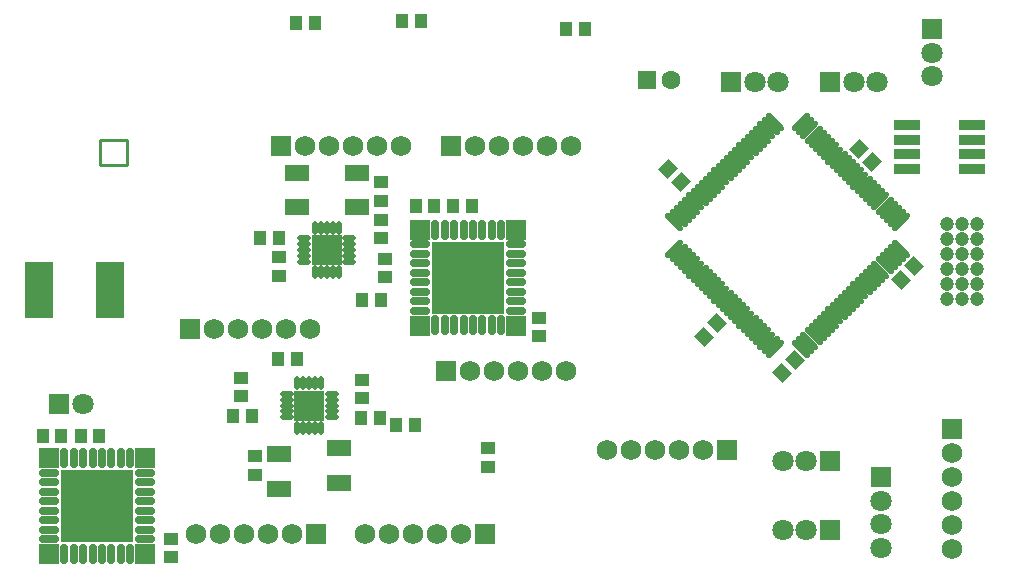
<source format=gbs>
%FSLAX25Y25*%
%MOIN*%
G70*
G01*
G75*
G04 Layer_Color=16711935*
%ADD10R,0.03543X0.03937*%
%ADD11R,0.04528X0.07087*%
%ADD12R,0.03937X0.03543*%
%ADD13R,0.02953X0.03937*%
%ADD14O,0.01772X0.05512*%
%ADD15R,0.04724X0.03150*%
%ADD16R,0.04724X0.02953*%
%ADD17R,0.03937X0.02953*%
%ADD18O,0.05512X0.01772*%
%ADD19R,0.18110X0.08858*%
%ADD20R,0.10000X0.03900*%
%ADD21R,0.07402X0.06614*%
%ADD22O,0.00984X0.05315*%
%ADD23R,0.04331X0.04331*%
%ADD24R,0.06693X0.04724*%
%ADD25R,0.09449X0.06102*%
%ADD26R,0.08858X0.18110*%
%ADD27R,0.02362X0.03937*%
%ADD28R,0.04331X0.06693*%
%ADD29R,0.07480X0.05315*%
%ADD30R,0.04331X0.04331*%
%ADD31C,0.01000*%
%ADD32C,0.00800*%
%ADD33C,0.02000*%
%ADD34C,0.03000*%
%ADD35C,0.05500*%
%ADD36C,0.03500*%
%ADD37C,0.04000*%
%ADD38R,0.06299X0.06299*%
%ADD39C,0.06299*%
%ADD40C,0.06000*%
%ADD41R,0.06000X0.06000*%
%ADD42R,0.06299X0.06299*%
%ADD43R,0.06000X0.06000*%
%ADD44C,0.05512*%
%ADD45R,0.05512X0.05512*%
%ADD46C,0.03937*%
%ADD47C,0.03500*%
%ADD48C,0.05500*%
%ADD49C,0.04500*%
%ADD50C,0.05000*%
%ADD51C,0.01969*%
%ADD52C,0.01500*%
%ADD53C,0.01300*%
%ADD54C,0.07150*%
%ADD55C,0.06500*%
%ADD56C,0.07000*%
%ADD57C,0.08000*%
%ADD58C,0.04787*%
%ADD59C,0.07500*%
%ADD60R,0.08071X0.02756*%
G04:AMPARAMS|DCode=61|XSize=39.37mil|YSize=35.43mil|CornerRadius=0mil|HoleSize=0mil|Usage=FLASHONLY|Rotation=135.000|XOffset=0mil|YOffset=0mil|HoleType=Round|Shape=Rectangle|*
%AMROTATEDRECTD61*
4,1,4,0.02645,-0.00139,0.00139,-0.02645,-0.02645,0.00139,-0.00139,0.02645,0.02645,-0.00139,0.0*
%
%ADD61ROTATEDRECTD61*%

G04:AMPARAMS|DCode=62|XSize=39.37mil|YSize=35.43mil|CornerRadius=0mil|HoleSize=0mil|Usage=FLASHONLY|Rotation=225.000|XOffset=0mil|YOffset=0mil|HoleType=Round|Shape=Rectangle|*
%AMROTATEDRECTD62*
4,1,4,0.00139,0.02645,0.02645,0.00139,-0.00139,-0.02645,-0.02645,-0.00139,0.00139,0.02645,0.0*
%
%ADD62ROTATEDRECTD62*%

%ADD63O,0.00984X0.03740*%
%ADD64O,0.03740X0.00984*%
%ADD65R,0.09646X0.09646*%
%ADD66R,0.07087X0.04528*%
%ADD67O,0.02165X0.06102*%
%ADD68O,0.06102X0.02165*%
%ADD69R,0.23622X0.23622*%
%ADD70R,0.05906X0.05906*%
G04:AMPARAMS|DCode=71|XSize=11.81mil|YSize=70.87mil|CornerRadius=0mil|HoleSize=0mil|Usage=FLASHONLY|Rotation=315.000|XOffset=0mil|YOffset=0mil|HoleType=Round|Shape=Round|*
%AMOVALD71*
21,1,0.05906,0.01181,0.00000,0.00000,45.0*
1,1,0.01181,-0.02088,-0.02088*
1,1,0.01181,0.02088,0.02088*
%
%ADD71OVALD71*%

G04:AMPARAMS|DCode=72|XSize=11.81mil|YSize=70.87mil|CornerRadius=0mil|HoleSize=0mil|Usage=FLASHONLY|Rotation=45.000|XOffset=0mil|YOffset=0mil|HoleType=Round|Shape=Round|*
%AMOVALD72*
21,1,0.05906,0.01181,0.00000,0.00000,135.0*
1,1,0.01181,0.02088,-0.02088*
1,1,0.01181,-0.02088,0.02088*
%
%ADD72OVALD72*%

%ADD73C,0.02500*%
%ADD74C,0.03200*%
%ADD75C,0.01800*%
%ADD76C,0.01969*%
%ADD77C,0.02362*%
%ADD78C,0.00984*%
%ADD79C,0.00787*%
%ADD80C,0.00394*%
%ADD81C,0.00500*%
%ADD82C,0.00600*%
%ADD83R,0.04343X0.04737*%
%ADD84R,0.05328X0.07887*%
%ADD85R,0.04737X0.04343*%
%ADD86R,0.03753X0.04737*%
%ADD87O,0.02572X0.06312*%
%ADD88R,0.05524X0.03950*%
%ADD89R,0.05524X0.03753*%
%ADD90R,0.04737X0.03753*%
%ADD91O,0.06312X0.02572*%
%ADD92R,0.18910X0.09658*%
%ADD93R,0.10800X0.04700*%
%ADD94R,0.08047X0.07260*%
%ADD95O,0.01630X0.05961*%
%ADD96R,0.05131X0.05131*%
%ADD97R,0.07493X0.05524*%
%ADD98R,0.10249X0.06902*%
%ADD99R,0.09658X0.18910*%
%ADD100R,0.03162X0.04737*%
%ADD101R,0.05131X0.07493*%
%ADD102R,0.08280X0.06115*%
%ADD103R,0.05131X0.05131*%
%ADD104R,0.07099X0.07099*%
%ADD105C,0.07099*%
%ADD106C,0.06800*%
%ADD107R,0.06800X0.06800*%
%ADD108R,0.07099X0.07099*%
%ADD109R,0.06800X0.06800*%
%ADD110C,0.06312*%
%ADD111R,0.06312X0.06312*%
%ADD112C,0.04737*%
%ADD113R,0.08871X0.03556*%
G04:AMPARAMS|DCode=114|XSize=47.37mil|YSize=43.43mil|CornerRadius=0mil|HoleSize=0mil|Usage=FLASHONLY|Rotation=135.000|XOffset=0mil|YOffset=0mil|HoleType=Round|Shape=Rectangle|*
%AMROTATEDRECTD114*
4,1,4,0.03210,-0.00139,0.00139,-0.03210,-0.03210,0.00139,-0.00139,0.03210,0.03210,-0.00139,0.0*
%
%ADD114ROTATEDRECTD114*%

G04:AMPARAMS|DCode=115|XSize=47.37mil|YSize=43.43mil|CornerRadius=0mil|HoleSize=0mil|Usage=FLASHONLY|Rotation=225.000|XOffset=0mil|YOffset=0mil|HoleType=Round|Shape=Rectangle|*
%AMROTATEDRECTD115*
4,1,4,0.00139,0.03210,0.03210,0.00139,-0.00139,-0.03210,-0.03210,-0.00139,0.00139,0.03210,0.0*
%
%ADD115ROTATEDRECTD115*%

%ADD116O,0.01784X0.04540*%
%ADD117O,0.04540X0.01784*%
%ADD118R,0.10446X0.10446*%
%ADD119R,0.07887X0.05328*%
%ADD120O,0.02965X0.06902*%
%ADD121O,0.06902X0.02965*%
%ADD122R,0.24422X0.24422*%
%ADD123R,0.06706X0.06706*%
G04:AMPARAMS|DCode=124|XSize=19.81mil|YSize=78.87mil|CornerRadius=0mil|HoleSize=0mil|Usage=FLASHONLY|Rotation=315.000|XOffset=0mil|YOffset=0mil|HoleType=Round|Shape=Round|*
%AMOVALD124*
21,1,0.05906,0.01981,0.00000,0.00000,45.0*
1,1,0.01981,-0.02088,-0.02088*
1,1,0.01981,0.02088,0.02088*
%
%ADD124OVALD124*%

G04:AMPARAMS|DCode=125|XSize=19.81mil|YSize=78.87mil|CornerRadius=0mil|HoleSize=0mil|Usage=FLASHONLY|Rotation=45.000|XOffset=0mil|YOffset=0mil|HoleType=Round|Shape=Round|*
%AMOVALD125*
21,1,0.05906,0.01981,0.00000,0.00000,135.0*
1,1,0.01981,0.02088,-0.02088*
1,1,0.01981,-0.02088,0.02088*
%
%ADD125OVALD125*%

D31*
X303500Y351500D02*
Y360000D01*
Y351500D02*
X312500D01*
Y360000D01*
X303500D02*
X312500D01*
D83*
X347850Y268000D02*
D03*
X354150D02*
D03*
X465150Y397000D02*
D03*
X458850D02*
D03*
X408650Y265000D02*
D03*
X402350D02*
D03*
X410650Y399500D02*
D03*
X404350D02*
D03*
X375150Y399000D02*
D03*
X368850D02*
D03*
X369150Y287000D02*
D03*
X362850D02*
D03*
X396984Y267335D02*
D03*
X390685D02*
D03*
X391016Y306665D02*
D03*
X397315D02*
D03*
X357016Y327165D02*
D03*
X363315D02*
D03*
X284441Y261331D02*
D03*
X290740D02*
D03*
X297110D02*
D03*
X303410D02*
D03*
X408779Y337831D02*
D03*
X415079D02*
D03*
X421279D02*
D03*
X427579D02*
D03*
D85*
X350500Y280650D02*
D03*
Y274350D02*
D03*
X433000Y257150D02*
D03*
Y250850D02*
D03*
X390835Y279984D02*
D03*
Y273685D02*
D03*
X355335Y254484D02*
D03*
Y248185D02*
D03*
X397165Y339516D02*
D03*
Y345815D02*
D03*
X363165Y314516D02*
D03*
Y320815D02*
D03*
X327091Y226980D02*
D03*
Y220681D02*
D03*
X450000Y300650D02*
D03*
Y294350D02*
D03*
X398665Y320315D02*
D03*
Y314016D02*
D03*
X397165Y327016D02*
D03*
Y333315D02*
D03*
D99*
X283090Y310000D02*
D03*
X306909D02*
D03*
D104*
X581000Y397000D02*
D03*
X564000Y247500D02*
D03*
D105*
X581000Y389000D02*
D03*
Y381252D02*
D03*
X531252Y253000D02*
D03*
X539000D02*
D03*
X521969Y379232D02*
D03*
X529716D02*
D03*
X564000Y239626D02*
D03*
Y231752D02*
D03*
Y223878D02*
D03*
X531252Y230000D02*
D03*
X539000D02*
D03*
X298000Y272000D02*
D03*
X554969Y379232D02*
D03*
X562716D02*
D03*
D106*
X335500Y228500D02*
D03*
X343500D02*
D03*
X351500D02*
D03*
X359500D02*
D03*
X367500D02*
D03*
X392000D02*
D03*
X400000D02*
D03*
X408000D02*
D03*
X416000D02*
D03*
X424000D02*
D03*
X458929Y282831D02*
D03*
X450929D02*
D03*
X442929D02*
D03*
X434929D02*
D03*
X426929D02*
D03*
X373500Y297000D02*
D03*
X365500D02*
D03*
X357500D02*
D03*
X349500D02*
D03*
X341500D02*
D03*
X587500Y223500D02*
D03*
Y231500D02*
D03*
Y239500D02*
D03*
Y247500D02*
D03*
Y255500D02*
D03*
X472500Y256500D02*
D03*
X480500D02*
D03*
X488500D02*
D03*
X496500D02*
D03*
X504500D02*
D03*
X404000Y358000D02*
D03*
X396000D02*
D03*
X388000D02*
D03*
X380000D02*
D03*
X372000D02*
D03*
X460500D02*
D03*
X452500D02*
D03*
X444500D02*
D03*
X436500D02*
D03*
X428500D02*
D03*
D107*
X375500Y228500D02*
D03*
X432000D02*
D03*
X418929Y282831D02*
D03*
X333500Y297000D02*
D03*
X512500Y256500D02*
D03*
X364000Y358000D02*
D03*
X420500D02*
D03*
D108*
X547000Y253000D02*
D03*
X513969Y379232D02*
D03*
X547000Y230000D02*
D03*
X290000Y272000D02*
D03*
X546969Y379232D02*
D03*
D109*
X587500Y263500D02*
D03*
D110*
X493905Y379732D02*
D03*
D111*
X486031D02*
D03*
D112*
X596000Y312000D02*
D03*
Y307000D02*
D03*
Y317000D02*
D03*
Y322000D02*
D03*
Y327000D02*
D03*
Y332000D02*
D03*
X591000Y312000D02*
D03*
Y307000D02*
D03*
Y317000D02*
D03*
Y322000D02*
D03*
Y327000D02*
D03*
Y332000D02*
D03*
X586000D02*
D03*
Y327000D02*
D03*
Y322000D02*
D03*
Y317000D02*
D03*
Y307000D02*
D03*
Y312000D02*
D03*
D113*
X594327Y364882D02*
D03*
Y359961D02*
D03*
Y355039D02*
D03*
Y350118D02*
D03*
X572673Y364882D02*
D03*
Y359961D02*
D03*
Y355039D02*
D03*
Y350118D02*
D03*
D114*
X570418Y313244D02*
D03*
X574872Y317698D02*
D03*
X509227Y298727D02*
D03*
X504773Y294273D02*
D03*
X535227Y286594D02*
D03*
X530773Y282139D02*
D03*
D115*
X497227Y345773D02*
D03*
X492773Y350227D02*
D03*
X556582Y356951D02*
D03*
X561036Y352497D02*
D03*
D116*
X369398Y278815D02*
D03*
X371366D02*
D03*
X373335D02*
D03*
X375303D02*
D03*
X377272D02*
D03*
Y263854D02*
D03*
X375303D02*
D03*
X373335D02*
D03*
X371366D02*
D03*
X369398D02*
D03*
X383102Y315685D02*
D03*
X381134D02*
D03*
X379165D02*
D03*
X377197D02*
D03*
X375228D02*
D03*
Y330646D02*
D03*
X377197D02*
D03*
X379165D02*
D03*
X381134D02*
D03*
X383102D02*
D03*
D117*
X380815Y275272D02*
D03*
Y273303D02*
D03*
Y271335D02*
D03*
Y269366D02*
D03*
Y267398D02*
D03*
X365854D02*
D03*
Y269366D02*
D03*
Y271335D02*
D03*
Y273303D02*
D03*
Y275272D02*
D03*
X371685Y319228D02*
D03*
Y321197D02*
D03*
Y323165D02*
D03*
Y325134D02*
D03*
Y327102D02*
D03*
X386646D02*
D03*
Y325134D02*
D03*
Y323165D02*
D03*
Y321197D02*
D03*
Y319228D02*
D03*
D118*
X373335Y271335D02*
D03*
X379165Y323165D02*
D03*
D119*
X383335Y257043D02*
D03*
Y245626D02*
D03*
X363335Y255043D02*
D03*
Y243626D02*
D03*
X389165Y337457D02*
D03*
Y348874D02*
D03*
X369165Y337457D02*
D03*
Y348874D02*
D03*
D120*
X313693Y221886D02*
D03*
X310543D02*
D03*
X307394D02*
D03*
X304244D02*
D03*
X301095D02*
D03*
X297945D02*
D03*
X294795D02*
D03*
X291646D02*
D03*
Y253776D02*
D03*
X294795D02*
D03*
X297945D02*
D03*
X301095D02*
D03*
X304244D02*
D03*
X307394D02*
D03*
X310543D02*
D03*
X313693D02*
D03*
X437362Y298055D02*
D03*
X434213D02*
D03*
X431063D02*
D03*
X427913D02*
D03*
X424764D02*
D03*
X421614D02*
D03*
X418465D02*
D03*
X415315D02*
D03*
Y329945D02*
D03*
X418465D02*
D03*
X421614D02*
D03*
X424764D02*
D03*
X427913D02*
D03*
X431063D02*
D03*
X434213D02*
D03*
X437362D02*
D03*
D121*
X286724Y226807D02*
D03*
Y229957D02*
D03*
Y233106D02*
D03*
Y236256D02*
D03*
Y239405D02*
D03*
Y242555D02*
D03*
Y245705D02*
D03*
Y248854D02*
D03*
X318614D02*
D03*
Y245705D02*
D03*
Y242555D02*
D03*
Y239405D02*
D03*
Y236256D02*
D03*
Y233106D02*
D03*
Y229957D02*
D03*
Y226807D02*
D03*
X410394Y302976D02*
D03*
Y306126D02*
D03*
Y309276D02*
D03*
Y312425D02*
D03*
Y315575D02*
D03*
Y318724D02*
D03*
Y321874D02*
D03*
Y325024D02*
D03*
X442283D02*
D03*
Y321874D02*
D03*
Y318724D02*
D03*
Y315575D02*
D03*
Y312425D02*
D03*
Y309276D02*
D03*
Y306126D02*
D03*
Y302976D02*
D03*
D122*
X302669Y237831D02*
D03*
X426339Y314000D02*
D03*
D123*
X318669Y221831D02*
D03*
Y253831D02*
D03*
X286669D02*
D03*
Y221831D02*
D03*
X442339Y298000D02*
D03*
Y330000D02*
D03*
X410339D02*
D03*
Y298000D02*
D03*
D124*
X528473Y290229D02*
D03*
X527081Y291621D02*
D03*
X525690Y293013D02*
D03*
X524298Y294405D02*
D03*
X522906Y295797D02*
D03*
X521514Y297189D02*
D03*
X520122Y298581D02*
D03*
X518730Y299973D02*
D03*
X517338Y301365D02*
D03*
X515946Y302757D02*
D03*
X514554Y304149D02*
D03*
X513162Y305541D02*
D03*
X511770Y306933D02*
D03*
X510378Y308325D02*
D03*
X508986Y309717D02*
D03*
X507594Y311108D02*
D03*
X506202Y312500D02*
D03*
X504810Y313892D02*
D03*
X503418Y315284D02*
D03*
X502027Y316676D02*
D03*
X500635Y318068D02*
D03*
X499243Y319460D02*
D03*
X497851Y320852D02*
D03*
X496459Y322244D02*
D03*
X495067Y323636D02*
D03*
X537243Y365812D02*
D03*
X538635Y364420D02*
D03*
X540027Y363028D02*
D03*
X541419Y361636D02*
D03*
X542810Y360244D02*
D03*
X544202Y358852D02*
D03*
X545594Y357460D02*
D03*
X546986Y356068D02*
D03*
X548378Y354676D02*
D03*
X549770Y353284D02*
D03*
X551162Y351892D02*
D03*
X552554Y350500D02*
D03*
X553946Y349109D02*
D03*
X555338Y347717D02*
D03*
X556730Y346325D02*
D03*
X558122Y344933D02*
D03*
X559514Y343541D02*
D03*
X560906Y342149D02*
D03*
X562298Y340757D02*
D03*
X563690Y339365D02*
D03*
X565082Y337973D02*
D03*
X566473Y336581D02*
D03*
X567865Y335189D02*
D03*
X569257Y333797D02*
D03*
X570649Y332405D02*
D03*
D125*
X495067Y332405D02*
D03*
X496459Y333797D02*
D03*
X497851Y335189D02*
D03*
X499243Y336581D02*
D03*
X500635Y337973D02*
D03*
X502027Y339365D02*
D03*
X503418Y340757D02*
D03*
X504810Y342149D02*
D03*
X506202Y343541D02*
D03*
X507594Y344933D02*
D03*
X508986Y346325D02*
D03*
X510378Y347717D02*
D03*
X511770Y349109D02*
D03*
X513162Y350500D02*
D03*
X514554Y351892D02*
D03*
X515946Y353284D02*
D03*
X517338Y354676D02*
D03*
X518730Y356068D02*
D03*
X520122Y357460D02*
D03*
X521514Y358852D02*
D03*
X522906Y360244D02*
D03*
X524298Y361636D02*
D03*
X525690Y363028D02*
D03*
X527081Y364420D02*
D03*
X528473Y365812D02*
D03*
X570649Y323636D02*
D03*
X569257Y322244D02*
D03*
X567865Y320852D02*
D03*
X566473Y319460D02*
D03*
X565082Y318068D02*
D03*
X563690Y316676D02*
D03*
X562298Y315284D02*
D03*
X560906Y313892D02*
D03*
X559514Y312500D02*
D03*
X558122Y311108D02*
D03*
X556730Y309717D02*
D03*
X555338Y308325D02*
D03*
X553946Y306933D02*
D03*
X552554Y305541D02*
D03*
X551162Y304149D02*
D03*
X549770Y302757D02*
D03*
X548378Y301365D02*
D03*
X546986Y299973D02*
D03*
X545594Y298581D02*
D03*
X544202Y297189D02*
D03*
X542810Y295797D02*
D03*
X541419Y294405D02*
D03*
X540027Y293013D02*
D03*
X538635Y291621D02*
D03*
X537243Y290229D02*
D03*
M02*

</source>
